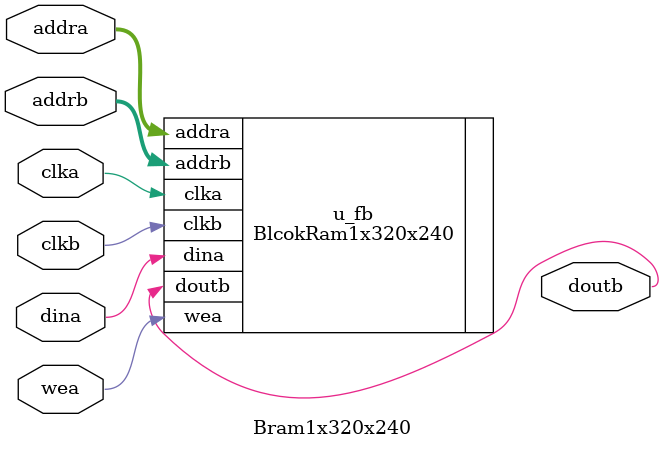
<source format=v>
`timescale 1ns / 1ps


module Bram1x320x240(
input dina,
input [16:0] addra,
input clka,wea,clkb,
output doutb,
input [16:0] addrb

    );
    
BlcokRam1x320x240 u_fb(
        .clka ( clka),
        .wea  (wea),
        .addra( addra),
        .dina ( dina),
         
        .clkb ( clkb),
       .addrb ( addrb),
        .doutb ( doutb)
      );
endmodule

</source>
